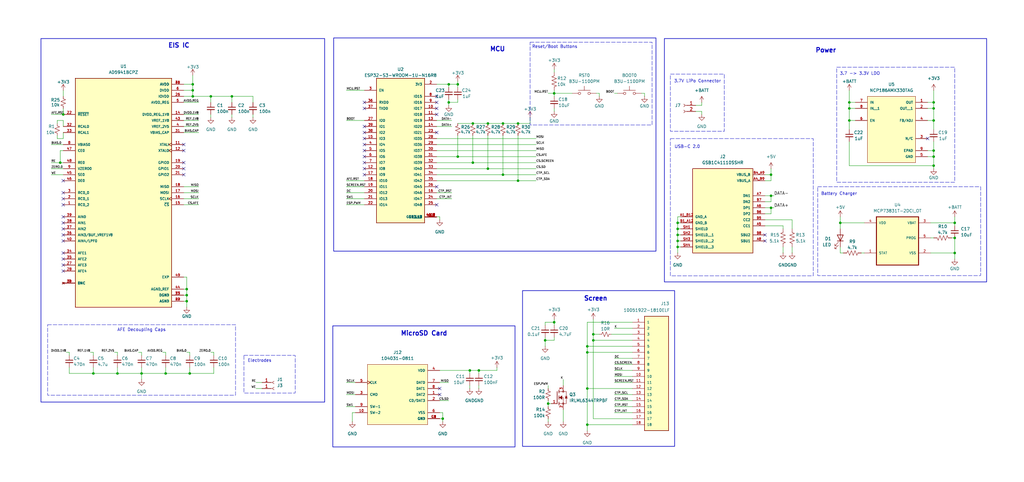
<source format=kicad_sch>
(kicad_sch (version 20250114) (generator "eeschema") (generator_version "9.0")
  (paper "User" 431.8 203.2)
  (rectangle (start 220.345 122.555) (end 284.48 188.214) (stroke (width 0.254)))
  (rectangle (start 344.805 78.74) (end 413.512 116.205) (stroke (width 0) (type dash)))
  (rectangle (start 352.806 28.321) (end 402.59 76.835) (stroke (width 0) (type dash)))
  (rectangle (start 102.87 149.86) (end 124.46 165.735) (stroke (width 0) (type dash)))
  (rectangle (start 280.162 16.256) (end 416.052 118.872) (stroke (width 0.254)))
  (rectangle (start 20.066 136.906) (end 99.314 166.624) (stroke (width 0) (type dash)))
  (rectangle (start 223.52 17.78) (end 274.955 52.705) (stroke (width 0) (type dash)))
  (rectangle (start 282.702 58.42) (end 342.9 116.332) (stroke (width 0) (type dash)))
  (rectangle (start 282.702 31.242) (end 305.435 55.372) (stroke (width 0) (type dash)))
  (rectangle (start 140.716 16.002) (end 276.606 105.918) (stroke (width 0.254)))
  (rectangle (start 140.335 137.414) (end 217.17 188.468) (stroke (width 0.254)))
  (rectangle (start 17.272 16.256) (end 136.906 169.545) (stroke (width 0.254)))
  (text "MCU" (at 209.804 20.828 0) (effects (font (size 1.905 1.905) (thickness 0.381) (bold yes))))
  (text "Screen" (at 251.206 125.984 0) (effects (font (size 1.905 1.905) (thickness 0.381) (bold yes))))
  (text "AFE Decoupling Caps" (at 59.69 139.192 0) (effects (font (size 1.27 1.27))))
  (text "3.7 -> 3.3V LDO" (at 362.585 31.115 0) (effects (font (size 1.27 1.27))))
  (text "USB-C 2.0" (at 289.814 61.976 0) (effects (font (size 1.27 1.27))))
  (text "EIS IC" (at 75.438 19.304 0) (effects (font (size 1.905 1.905) (thickness 0.381) (bold yes))))
  (text "Power" (at 348.234 21.336 0) (effects (font (size 1.905 1.905) (thickness 0.381) (bold yes))))
  (text "Electrodes\n" (at 109.474 152.146 0) (effects (font (size 1.27 1.27))))
  (text "Reset/Boot Buttons" (at 233.934 19.812 0) (effects (font (size 1.27 1.27))))
  (text "MicroSD Card" (at 178.816 140.716 0) (effects (font (size 1.905 1.905) (thickness 0.381) (bold yes))))
  (text "3.7V LiPo Connector" (at 294.132 34.29 0) (effects (font (size 1.27 1.27))))
  (text "Battery Charger" (at 353.822 81.788 0) (effects (font (size 1.27 1.27))))
  (junction (at 198.12 156.21))
  (junction (at 285.75 96.52))
  (junction (at 358.14 43.18))
  (junction (at 231.14 170.18))
  (junction (at 247.65 148.59))
  (junction (at 325.12 82.55))
  (junction (at 393.7 45.72))
  (junction (at 233.68 39.37))
  (junction (at 402.59 93.98))
  (junction (at 78.74 127))
  (junction (at 285.75 93.98))
  (junction (at 250.19 140.97))
  (junction (at 49.53 157.48))
  (junction (at 218.44 52.07))
  (junction (at 354.33 93.98))
  (junction (at 69.85 157.48))
  (junction (at 186.69 176.53))
  (junction (at 25.4 68.58))
  (junction (at 88.9 40.64))
  (junction (at 250.19 143.51))
  (junction (at 189.23 35.56))
  (junction (at 26.67 48.26))
  (junction (at 393.7 66.04))
  (junction (at 80.01 157.48))
  (junction (at 201.93 156.21))
  (junction (at 393.7 43.18))
  (junction (at 325.12 87.63))
  (junction (at 325.12 73.66))
  (junction (at 402.59 100.33))
  (junction (at 39.37 157.48))
  (junction (at 199.39 52.07))
  (junction (at 218.44 76.2))
  (junction (at 285.75 101.6))
  (junction (at 393.7 63.5))
  (junction (at 189.23 43.18))
  (junction (at 393.7 50.8))
  (junction (at 285.75 104.14))
  (junction (at 199.39 68.58))
  (junction (at 285.75 99.06))
  (junction (at 81.28 38.1))
  (junction (at 81.28 35.56))
  (junction (at 78.74 121.92))
  (junction (at 247.65 163.83))
  (junction (at 59.69 157.48))
  (junction (at 205.74 71.12))
  (junction (at 212.09 73.66))
  (junction (at 97.79 40.64))
  (junction (at 247.65 146.05))
  (junction (at 229.87 143.51))
  (junction (at 193.04 35.56))
  (junction (at 193.04 66.04))
  (junction (at 358.14 50.8))
  (junction (at 393.7 69.85))
  (junction (at 402.59 106.68))
  (junction (at 212.09 52.07))
  (junction (at 81.28 40.64))
  (junction (at 78.74 124.46))
  (junction (at 358.14 45.72))
  (junction (at 233.68 135.89))
  (junction (at 205.74 52.07))
  (junction (at 247.65 179.07))
  (no_connect (at 26.67 81.28))
  (no_connect (at 153.67 58.42))
  (no_connect (at 77.47 63.5))
  (no_connect (at 322.58 101.6))
  (no_connect (at 184.15 40.64))
  (no_connect (at 26.67 111.76))
  (no_connect (at 153.67 71.12))
  (no_connect (at 153.67 43.18))
  (no_connect (at 26.67 114.3))
  (no_connect (at 77.47 60.96))
  (no_connect (at 153.67 73.66))
  (no_connect (at 184.15 48.26))
  (no_connect (at 77.47 68.58))
  (no_connect (at 153.67 45.72))
  (no_connect (at 184.15 78.74))
  (no_connect (at 184.15 55.88))
  (no_connect (at 77.47 71.12))
  (no_connect (at 26.67 93.98))
  (no_connect (at 77.47 73.66))
  (no_connect (at 153.67 60.96))
  (no_connect (at 153.67 63.5))
  (no_connect (at 26.67 76.2))
  (no_connect (at 26.67 91.44))
  (no_connect (at 153.67 53.34))
  (no_connect (at 26.67 99.06))
  (no_connect (at 153.67 66.04))
  (no_connect (at 26.67 109.22))
  (no_connect (at 391.16 58.42))
  (no_connect (at 153.67 68.58))
  (no_connect (at 185.42 163.83))
  (no_connect (at 26.67 86.36))
  (no_connect (at 26.67 96.52))
  (no_connect (at 184.15 45.72))
  (no_connect (at 184.15 86.36))
  (no_connect (at 185.42 166.37))
  (no_connect (at 26.67 106.68))
  (no_connect (at 26.67 101.6))
  (no_connect (at 26.67 83.82))
  (no_connect (at 322.58 99.06))
  (no_connect (at 153.67 55.88))
  (no_connect (at 184.15 43.18))
  (wire (pts (xy 285.75 96.52) (xy 287.02 96.52)))
  (wire (pts (xy 391.16 66.04) (xy 393.7 66.04)))
  (wire (pts (xy 110.49 161.29) (xy 107.95 161.29)) (stroke (width 0.1524)))
  (wire (pts (xy 26.67 38.1) (xy 26.67 40.64)))
  (wire (pts (xy 26.67 58.42) (xy 24.13 58.42)))
  (wire (pts (xy 78.74 127) (xy 78.74 129.54)))
  (wire (pts (xy 285.75 96.52) (xy 285.75 99.06)))
  (wire (pts (xy 97.79 48.26) (xy 97.79 49.53)))
  (wire (pts (xy 233.68 134.62) (xy 233.68 135.89)))
  (wire (pts (xy 198.12 156.21) (xy 198.12 157.48)))
  (wire (pts (xy 393.7 59.69) (xy 393.7 63.5)))
  (wire (pts (xy 392.43 106.68) (xy 402.59 106.68)))
  (wire (pts (xy 285.75 99.06) (xy 287.02 99.06)))
  (wire (pts (xy 77.47 83.82) (xy 83.82 83.82)))
  (wire (pts (xy 24.13 58.42) (xy 24.13 57.15)))
  (wire (pts (xy 78.74 121.92) (xy 78.74 124.46)))
  (wire (pts (xy 231.14 162.56) (xy 231.14 163.83)))
  (wire (pts (xy 90.17 149.86) (xy 90.17 148.59)))
  (wire (pts (xy 199.39 52.07) (xy 193.04 52.07)))
  (wire (pts (xy 205.74 71.12) (xy 226.06 71.12)))
  (wire (pts (xy 252.73 39.37) (xy 252.73 40.64)))
  (wire (pts (xy 205.74 57.15) (xy 205.74 71.12)))
  (wire (pts (xy 97.79 43.18) (xy 97.79 40.64)))
  (wire (pts (xy 184.15 63.5) (xy 226.06 63.5)))
  (wire (pts (xy 247.65 163.83) (xy 247.65 179.07)))
  (wire (pts (xy 259.08 171.45) (xy 266.7 171.45)))
  (wire (pts (xy 393.7 71.12) (xy 393.7 69.85)))
  (wire (pts (xy 233.68 39.37) (xy 241.3 39.37)))
  (wire (pts (xy 184.15 53.34) (xy 190.5 53.34)) (stroke (width 0.1524)))
  (wire (pts (xy 237.49 160.02) (xy 237.49 162.56)))
  (wire (pts (xy 391.16 45.72) (xy 393.7 45.72)))
  (wire (pts (xy 148.59 177.8) (xy 148.59 173.99)))
  (wire (pts (xy 77.47 81.28) (xy 83.82 81.28)))
  (wire (pts (xy 259.08 166.37) (xy 266.7 166.37)))
  (wire (pts (xy 81.28 38.1) (xy 81.28 40.64)))
  (wire (pts (xy 88.9 48.26) (xy 88.9 49.53)))
  (wire (pts (xy 360.68 50.8) (xy 358.14 50.8)))
  (wire (pts (xy 247.65 179.07) (xy 247.65 181.61)))
  (wire (pts (xy 69.85 154.94) (xy 69.85 157.48)))
  (wire (pts (xy 59.69 157.48) (xy 69.85 157.48)))
  (wire (pts (xy 29.21 148.59) (xy 27.94 148.59)))
  (wire (pts (xy 21.59 71.12) (xy 26.67 71.12)) (stroke (width 0.1524)))
  (wire (pts (xy 69.85 157.48) (xy 80.01 157.48)))
  (wire (pts (xy 401.32 100.33) (xy 402.59 100.33)))
  (wire (pts (xy 233.68 135.89) (xy 233.68 137.16)))
  (wire (pts (xy 259.08 161.29) (xy 266.7 161.29)))
  (wire (pts (xy 189.23 44.45) (xy 189.23 43.18)))
  (wire (pts (xy 231.14 170.18) (xy 231.14 171.45)))
  (wire (pts (xy 90.17 148.59) (xy 88.9 148.59)))
  (wire (pts (xy 146.05 76.2) (xy 153.67 76.2)) (stroke (width 0.1524)))
  (wire (pts (xy 201.93 156.21) (xy 201.93 157.48)))
  (wire (pts (xy 184.15 83.82) (xy 190.5 83.82)))
  (wire (pts (xy 229.87 143.51) (xy 229.87 146.05)))
  (wire (pts (xy 69.85 149.86) (xy 69.85 148.59)))
  (wire (pts (xy 21.59 73.66) (xy 26.67 73.66)) (stroke (width 0.1524)))
  (wire (pts (xy 193.04 34.29) (xy 193.04 35.56)))
  (wire (pts (xy 146.05 166.37) (xy 149.86 166.37)))
  (wire (pts (xy 231.14 168.91) (xy 231.14 170.18)))
  (wire (pts (xy 358.14 50.8) (xy 358.14 54.61)))
  (wire (pts (xy 189.23 43.18) (xy 193.04 43.18)))
  (wire (pts (xy 81.28 35.56) (xy 81.28 38.1)))
  (wire (pts (xy 358.14 45.72) (xy 360.68 45.72)))
  (wire (pts (xy 259.08 153.67) (xy 266.7 153.67)))
  (wire (pts (xy 252.73 39.37) (xy 251.46 39.37)))
  (wire (pts (xy 25.4 63.5) (xy 25.4 68.58)))
  (wire (pts (xy 358.14 50.8) (xy 358.14 45.72)))
  (wire (pts (xy 330.2 95.25) (xy 330.2 96.52)))
  (wire (pts (xy 24.13 50.8) (xy 24.13 52.07)))
  (wire (pts (xy 325.12 82.55) (xy 326.39 82.55)))
  (wire (pts (xy 189.23 35.56) (xy 189.23 36.83)))
  (wire (pts (xy 330.2 104.14) (xy 330.2 106.68)))
  (wire (pts (xy 266.7 135.89) (xy 247.65 135.89)))
  (wire (pts (xy 77.47 43.18) (xy 83.82 43.18)))
  (wire (pts (xy 285.75 101.6) (xy 287.02 101.6)))
  (wire (pts (xy 39.37 157.48) (xy 49.53 157.48)))
  (wire (pts (xy 77.47 55.88) (xy 83.82 55.88)))
  (wire (pts (xy 247.65 148.59) (xy 247.65 163.83)))
  (wire (pts (xy 325.12 73.66) (xy 322.58 73.66)))
  (wire (pts (xy 77.47 48.26) (xy 83.82 48.26)))
  (wire (pts (xy 185.42 173.99) (xy 186.69 173.99)))
  (wire (pts (xy 322.58 85.09) (xy 325.12 85.09)))
  (wire (pts (xy 193.04 43.18) (xy 193.04 41.91)))
  (wire (pts (xy 146.05 81.28) (xy 153.67 81.28)))
  (wire (pts (xy 250.19 143.51) (xy 266.7 143.51)))
  (wire (pts (xy 250.19 134.62) (xy 250.19 140.97)))
  (wire (pts (xy 247.65 179.07) (xy 266.7 179.07)))
  (wire (pts (xy 392.43 100.33) (xy 393.7 100.33)))
  (wire (pts (xy 80.01 154.94) (xy 80.01 157.48)))
  (wire (pts (xy 212.09 57.15) (xy 212.09 73.66)))
  (wire (pts (xy 81.28 40.64) (xy 88.9 40.64)))
  (wire (pts (xy 77.47 127) (xy 78.74 127)))
  (wire (pts (xy 146.05 83.82) (xy 153.67 83.82)))
  (wire (pts (xy 186.69 176.53) (xy 186.69 177.8)))
  (wire (pts (xy 218.44 57.15) (xy 218.44 76.2)))
  (wire (pts (xy 189.23 41.91) (xy 189.23 43.18)))
  (wire (pts (xy 110.49 163.83) (xy 107.95 163.83)) (stroke (width 0.1524)))
  (wire (pts (xy 233.68 29.21) (xy 233.68 30.48)))
  (wire (pts (xy 322.58 87.63) (xy 325.12 87.63)))
  (wire (pts (xy 229.87 135.89) (xy 233.68 135.89)))
  (wire (pts (xy 81.28 35.56) (xy 81.28 31.75)))
  (wire (pts (xy 259.08 168.91) (xy 266.7 168.91)))
  (wire (pts (xy 184.15 73.66) (xy 212.09 73.66)))
  (wire (pts (xy 184.15 58.42) (xy 226.06 58.42)))
  (wire (pts (xy 229.87 137.16) (xy 229.87 135.89)))
  (wire (pts (xy 250.19 140.97) (xy 250.19 143.51)))
  (wire (pts (xy 209.55 156.21) (xy 201.93 156.21)))
  (wire (pts (xy 363.22 106.68) (xy 364.49 106.68)))
  (wire (pts (xy 260.35 39.37) (xy 259.08 39.37)))
  (wire (pts (xy 233.68 142.24) (xy 233.68 143.51)))
  (wire (pts (xy 21.59 68.58) (xy 25.4 68.58)) (stroke (width 0.1524)))
  (wire (pts (xy 334.01 104.14) (xy 334.01 106.68)))
  (wire (pts (xy 184.15 76.2) (xy 218.44 76.2)))
  (wire (pts (xy 209.55 156.21) (xy 209.55 154.94)))
  (wire (pts (xy 49.53 149.86) (xy 49.53 148.59)))
  (wire (pts (xy 193.04 36.83) (xy 193.04 35.56)))
  (wire (pts (xy 391.16 63.5) (xy 393.7 63.5)))
  (wire (pts (xy 80.01 149.86) (xy 80.01 148.59)))
  (wire (pts (xy 285.75 93.98) (xy 287.02 93.98)))
  (wire (pts (xy 354.33 106.68) (xy 354.33 104.14)))
  (wire (pts (xy 325.12 82.55) (xy 325.12 85.09)))
  (wire (pts (xy 358.14 69.85) (xy 393.7 69.85)))
  (wire (pts (xy 266.7 176.53) (xy 250.19 176.53)))
  (wire (pts (xy 78.74 124.46) (xy 78.74 127)))
  (wire (pts (xy 39.37 148.59) (xy 38.1 148.59)))
  (wire (pts (xy 393.7 66.04) (xy 393.7 63.5)))
  (wire (pts (xy 295.91 44.45) (xy 295.91 43.18)))
  (wire (pts (xy 250.19 176.53) (xy 250.19 143.51)))
  (wire (pts (xy 77.47 116.84) (xy 78.74 116.84)))
  (wire (pts (xy 358.14 45.72) (xy 358.14 43.18)))
  (wire (pts (xy 49.53 148.59) (xy 48.26 148.59)))
  (wire (pts (xy 26.67 63.5) (xy 25.4 63.5)))
  (wire (pts (xy 106.68 48.26) (xy 106.68 49.53)))
  (wire (pts (xy 233.68 39.37) (xy 233.68 38.1)))
  (wire (pts (xy 49.53 154.94) (xy 49.53 157.48)))
  (wire (pts (xy 393.7 45.72) (xy 393.7 43.18)))
  (wire (pts (xy 223.52 49.53) (xy 223.52 52.07)))
  (wire (pts (xy 322.58 92.71) (xy 334.01 92.71)))
  (wire (pts (xy 39.37 149.86) (xy 39.37 148.59)))
  (wire (pts (xy 231.14 39.37) (xy 233.68 39.37)))
  (wire (pts (xy 402.59 100.33) (xy 402.59 106.68)))
  (wire (pts (xy 354.33 93.98) (xy 354.33 96.52)))
  (wire (pts (xy 325.12 87.63) (xy 326.39 87.63)))
  (wire (pts (xy 77.47 78.74) (xy 83.82 78.74)))
  (wire (pts (xy 146.05 78.74) (xy 153.67 78.74)))
  (wire (pts (xy 259.08 138.43) (xy 266.7 138.43)))
  (wire (pts (xy 212.09 52.07) (xy 205.74 52.07)))
  (wire (pts (xy 29.21 157.48) (xy 39.37 157.48)))
  (wire (pts (xy 218.44 76.2) (xy 226.06 76.2)))
  (wire (pts (xy 77.47 50.8) (xy 83.82 50.8)))
  (wire (pts (xy 212.09 52.07) (xy 218.44 52.07)))
  (wire (pts (xy 59.69 157.48) (xy 59.69 160.02)))
  (wire (pts (xy 184.15 81.28) (xy 190.5 81.28)))
  (wire (pts (xy 322.58 90.17) (xy 325.12 90.17)))
  (wire (pts (xy 237.49 172.72) (xy 237.49 177.8)))
  (wire (pts (xy 148.59 173.99) (xy 149.86 173.99)))
  (wire (pts (xy 325.12 71.12) (xy 325.12 73.66)))
  (wire (pts (xy 88.9 40.64) (xy 97.79 40.64)))
  (wire (pts (xy 69.85 148.59) (xy 68.58 148.59)))
  (wire (pts (xy 285.75 104.14) (xy 285.75 106.68)))
  (wire (pts (xy 201.93 162.56) (xy 201.93 163.83)))
  (wire (pts (xy 231.14 176.53) (xy 231.14 177.8)))
  (wire (pts (xy 205.74 52.07) (xy 199.39 52.07)))
  (wire (pts (xy 322.58 76.2) (xy 325.12 76.2)))
  (wire (pts (xy 391.16 50.8) (xy 393.7 50.8)))
  (wire (pts (xy 247.65 148.59) (xy 266.7 148.59)))
  (wire (pts (xy 285.75 91.44) (xy 285.75 93.98)))
  (wire (pts (xy 184.15 68.58) (xy 199.39 68.58)))
  (wire (pts (xy 198.12 162.56) (xy 198.12 163.83)))
  (wire (pts (xy 59.69 148.59) (xy 58.42 148.59)))
  (wire (pts (xy 358.14 43.18) (xy 360.68 43.18)))
  (wire (pts (xy 334.01 92.71) (xy 334.01 96.52)))
  (wire (pts (xy 212.09 73.66) (xy 226.06 73.66)))
  (wire (pts (xy 257.81 140.97) (xy 266.7 140.97)))
  (wire (pts (xy 250.19 140.97) (xy 252.73 140.97)))
  (wire (pts (xy 295.91 46.99) (xy 295.91 48.26)))
  (wire (pts (xy 90.17 157.48) (xy 90.17 154.94)))
  (wire (pts (xy 26.67 50.8) (xy 24.13 50.8)))
  (wire (pts (xy 80.01 157.48) (xy 90.17 157.48)))
  (wire (pts (xy 285.75 93.98) (xy 285.75 96.52)))
  (wire (pts (xy 186.69 173.99) (xy 186.69 176.53)))
  (wire (pts (xy 88.9 43.18) (xy 88.9 40.64)))
  (wire (pts (xy 185.42 176.53) (xy 186.69 176.53)))
  (wire (pts (xy 229.87 142.24) (xy 229.87 143.51)))
  (wire (pts (xy 97.79 40.64) (xy 106.68 40.64)))
  (wire (pts (xy 259.08 158.75) (xy 266.7 158.75)))
  (wire (pts (xy 184.15 71.12) (xy 205.74 71.12)))
  (wire (pts (xy 231.14 170.18) (xy 232.41 170.18)))
  (wire (pts (xy 184.15 50.8) (xy 190.5 50.8)) (stroke (width 0.1524)))
  (wire (pts (xy 285.75 99.06) (xy 285.75 101.6)))
  (wire (pts (xy 26.67 45.72) (xy 26.67 48.26)))
  (wire (pts (xy 184.15 66.04) (xy 193.04 66.04)))
  (wire (pts (xy 354.33 93.98) (xy 364.49 93.98)))
  (wire (pts (xy 77.47 121.92) (xy 78.74 121.92)))
  (wire (pts (xy 59.69 149.86) (xy 59.69 148.59)))
  (wire (pts (xy 26.67 48.26) (xy 21.59 48.26)) (stroke (width 0.1524)))
  (wire (pts (xy 393.7 43.18) (xy 393.7 38.1)))
  (wire (pts (xy 146.05 171.45) (xy 149.86 171.45)))
  (wire (pts (xy 49.53 157.48) (xy 59.69 157.48)))
  (wire (pts (xy 153.67 50.8) (xy 146.05 50.8)) (stroke (width 0.1524)))
  (wire (pts (xy 77.47 86.36) (xy 83.82 86.36)))
  (wire (pts (xy 185.42 92.71) (xy 185.42 91.44)))
  (wire (pts (xy 402.59 106.68) (xy 402.59 109.22)))
  (wire (pts (xy 247.65 135.89) (xy 247.65 146.05)))
  (wire (pts (xy 402.59 95.25) (xy 402.59 93.98)))
  (wire (pts (xy 199.39 57.15) (xy 199.39 68.58)))
  (wire (pts (xy 77.47 124.46) (xy 78.74 124.46)))
  (wire (pts (xy 325.12 76.2) (xy 325.12 73.66)))
  (wire (pts (xy 29.21 149.86) (xy 29.21 148.59)))
  (wire (pts (xy 29.21 154.94) (xy 29.21 157.48)))
  (wire (pts (xy 146.05 161.29) (xy 149.86 161.29)))
  (wire (pts (xy 77.47 35.56) (xy 81.28 35.56)))
  (wire (pts (xy 271.78 39.37) (xy 270.51 39.37)))
  (wire (pts (xy 393.7 50.8) (xy 393.7 54.61)))
  (wire (pts (xy 259.08 151.13) (xy 266.7 151.13)))
  (wire (pts (xy 325.12 87.63) (xy 325.12 90.17)))
  (wire (pts (xy 189.23 161.29) (xy 185.42 161.29)))
  (wire (pts (xy 193.04 66.04) (xy 226.06 66.04)))
  (wire (pts (xy 198.12 156.21) (xy 201.93 156.21)))
  (wire (pts (xy 293.37 44.45) (xy 295.91 44.45)))
  (wire (pts (xy 77.47 38.1) (xy 81.28 38.1)))
  (wire (pts (xy 358.14 38.1) (xy 358.14 43.18)))
  (wire (pts (xy 233.68 39.37) (xy 233.68 40.64)))
  (wire (pts (xy 393.7 66.04) (xy 393.7 69.85)))
  (wire (pts (xy 247.65 146.05) (xy 247.65 148.59)))
  (wire (pts (xy 247.65 163.83) (xy 266.7 163.83)))
  (wire (pts (xy 393.7 50.8) (xy 393.7 45.72)))
  (wire (pts (xy 78.74 116.84) (xy 78.74 121.92)))
  (wire (pts (xy 193.04 57.15) (xy 193.04 66.04)))
  (wire (pts (xy 59.69 154.94) (xy 59.69 157.48)))
  (wire (pts (xy 393.7 43.18) (xy 391.16 43.18)))
  (wire (pts (xy 26.67 53.34) (xy 26.67 50.8)))
  (wire (pts (xy 392.43 93.98) (xy 402.59 93.98)))
  (wire (pts (xy 153.67 38.1) (xy 146.05 38.1)) (stroke (width 0.1524)))
  (wire (pts (xy 247.65 146.05) (xy 266.7 146.05)))
  (wire (pts (xy 285.75 104.14) (xy 287.02 104.14)))
  (wire (pts (xy 146.05 86.36) (xy 153.67 86.36)))
  (wire (pts (xy 229.87 143.51) (xy 233.68 143.51)))
  (wire (pts (xy 106.68 43.18) (xy 106.68 40.64)))
  (wire (pts (xy 293.37 46.99) (xy 295.91 46.99)))
  (wire (pts (xy 21.59 60.96) (xy 26.67 60.96)) (stroke (width 0.1524)))
  (wire (pts (xy 354.33 93.98) (xy 354.33 91.44)))
  (wire (pts (xy 285.75 101.6) (xy 285.75 104.14)))
  (wire (pts (xy 358.14 59.69) (xy 358.14 69.85)))
  (wire (pts (xy 322.58 82.55) (xy 325.12 82.55)))
  (wire (pts (xy 26.67 55.88) (xy 26.67 58.42)))
  (wire (pts (xy 287.02 91.44) (xy 285.75 91.44)))
  (wire (pts (xy 233.68 45.72) (xy 233.68 46.99)))
  (wire (pts (xy 271.78 39.37) (xy 271.78 40.64)))
  (wire (pts (xy 199.39 68.58) (xy 226.06 68.58)))
  (wire (pts (xy 322.58 95.25) (xy 330.2 95.25)))
  (wire (pts (xy 259.08 173.99) (xy 266.7 173.99)))
  (wire (pts (xy 355.6 106.68) (xy 354.33 106.68)))
  (wire (pts (xy 77.47 53.34) (xy 83.82 53.34)))
  (wire (pts (xy 189.23 168.91) (xy 185.42 168.91)))
  (wire (pts (xy 39.37 154.94) (xy 39.37 157.48)))
  (wire (pts (xy 259.08 156.21) (xy 266.7 156.21)))
  (wire (pts (xy 185.42 91.44) (xy 184.15 91.44)))
  (wire (pts (xy 184.15 60.96) (xy 226.06 60.96)))
  (wire (pts (xy 25.4 68.58) (xy 26.67 68.58)) (stroke (width 0.1524)))
  (wire (pts (xy 402.59 93.98) (xy 402.59 91.44)))
  (wire (pts (xy 77.47 40.64) (xy 81.28 40.64)))
  (wire (pts (xy 80.01 148.59) (xy 78.74 148.59)))
  (wire (pts (xy 184.15 35.56) (xy 189.23 35.56)))
  (wire (pts (xy 223.52 52.07) (xy 218.44 52.07)))
  (wire (pts (xy 189.23 35.56) (xy 193.04 35.56)))
  (wire (pts (xy 185.42 156.21) (xy 198.12 156.21)))
  (label "REF.2V5" (at 48.26 148.59 180) (effects (font (size 0.889 0.889))))
  (label "SW1" (at 146.05 83.82 0) (effects (font (size 0.889 0.889))))
  (label "MISO" (at 83.82 78.74 180) (effects (font (size 0.889 0.889))))
  (label "DC" (at 146.05 81.28 0) (effects (font (size 0.889 0.889))))
  (label "RE" (at 21.59 68.58 0) (effects (font (size 0.889 0.889))))
  (label "SCLK" (at 146.05 161.29 0) (effects (font (size 0.889 0.889))))
  (label "CS.SD" (at 189.23 168.91 180) (effects (font (size 0.889 0.889))))
  (label "AFE.RST" (at 21.59 48.26 0) (effects (font (size 0.889 0.889))))
  (label "MCU.RST" (at 231.14 39.37 180) (effects (font (size 0.889 0.889))))
  (label "AVDD.REG" (at 83.82 43.18 180) (effects (font (size 0.889 0.889))))
  (label "SCREEN.RST" (at 146.05 78.74 0) (effects (font (size 0.889 0.889))))
  (label "CTP_INT" (at 259.08 173.99 0) (effects (font (size 0.889 0.889))))
  (label "CTP_SCL" (at 259.08 166.37 0) (effects (font (size 0.889 0.889))))
  (label "AFE.RST" (at 146.05 76.2 0) (effects (font (size 0.889 0.889))))
  (label "ZERO.0" (at 88.9 148.59 180) (effects (font (size 0.889 0.889))))
  (label "DC" (at 259.08 151.13 0) (effects (font (size 0.889 0.889))))
  (label "AVDD.REG" (at 68.58 148.59 180) (effects (font (size 0.889 0.889))))
  (label "SCLK" (at 226.06 60.96 0) (effects (font (size 0.889 0.889))))
  (label "MCU.RST" (at 146.05 38.1 0) (effects (font (size 0.889 0.889))))
  (label "DATA+" (at 326.39 87.63 0))
  (label "BOOT" (at 259.08 39.37 180) (effects (font (size 0.889 0.889))))
  (label "MISO" (at 189.23 161.29 180) (effects (font (size 0.889 0.889))))
  (label "REF.1V8" (at 38.1 148.59 180) (effects (font (size 0.889 0.889))))
  (label "ZERO.0" (at 21.59 71.12 0) (effects (font (size 0.889 0.889))))
  (label "ESP.PWM" (at 231.14 162.56 180) (effects (font (size 0.889 0.889))))
  (label "MOSI" (at 259.08 158.75 0) (effects (font (size 0.889 0.889))))
  (label "CS.SCREEN" (at 259.08 153.67 0) (effects (font (size 0.889 0.889))))
  (label "WE" (at 107.95 163.83 180) (effects (font (size 0.889 0.889))))
  (label "CS.SD" (at 226.06 71.12 0) (effects (font (size 0.889 0.889))))
  (label "DVDD.1V8" (at 83.82 48.26 180) (effects (font (size 0.889 0.889))))
  (label "SCLK" (at 259.08 156.21 0) (effects (font (size 0.889 0.889))))
  (label "MOSI" (at 83.82 81.28 180) (effects (font (size 0.889 0.889))))
  (label "CTP_RST" (at 190.5 81.28 180) (effects (font (size 0.889 0.889))))
  (label "SCREEN.RST" (at 259.08 161.29 0) (effects (font (size 0.889 0.889))))
  (label "CS.AFE" (at 83.82 86.36 180) (effects (font (size 0.889 0.889))))
  (label "CTP_INT" (at 190.5 83.82 180) (effects (font (size 0.889 0.889))))
  (label "CTP_SDA" (at 259.08 168.91 0) (effects (font (size 0.889 0.889))))
  (label "CTP_SCL" (at 226.06 73.66 0) (effects (font (size 0.889 0.889))))
  (label "MISO" (at 226.06 63.5 0) (effects (font (size 0.889 0.889))))
  (label "SW1" (at 146.05 171.45 0) (effects (font (size 0.889 0.889))))
  (label "BIAS.CAP" (at 58.42 148.59 180) (effects (font (size 0.889 0.889))))
  (label "BIAS.0" (at 78.74 148.59 180) (effects (font (size 0.889 0.889))))
  (label "K" (at 237.49 160.02 180) (effects (font (size 0.889 0.889))))
  (label "DATA+" (at 190.5 53.34 180) (effects (font (size 0.889 0.889))))
  (label "REF.2V5" (at 83.82 53.34 180) (effects (font (size 0.889 0.889))))
  (label "BIAS.0" (at 21.59 60.96 0) (effects (font (size 0.889 0.889))))
  (label "DATA-" (at 326.39 82.55 0))
  (label "REF.1V8" (at 83.82 50.8 180) (effects (font (size 0.889 0.889))))
  (label "CTP_RST" (at 259.08 171.45 0) (effects (font (size 0.889 0.889))))
  (label "RE" (at 107.95 161.29 180) (effects (font (size 0.889 0.889))))
  (label "DVDD.1V8" (at 27.94 148.59 180) (effects (font (size 0.889 0.889))))
  (label "ESP.PWM" (at 146.05 86.36 0) (effects (font (size 0.889 0.889))))
  (label "DATA-" (at 190.5 50.8 180) (effects (font (size 0.889 0.889))))
  (label "MOSI" (at 226.06 58.42 0) (effects (font (size 0.889 0.889))))
  (label "SCLK" (at 83.82 83.82 180) (effects (font (size 0.889 0.889))))
  (label "CS.SCREEN" (at 226.06 68.58 0) (effects (font (size 0.889 0.889))))
  (label "MOSI" (at 146.05 166.37 0) (effects (font (size 0.889 0.889))))
  (label "CS.AFE" (at 226.06 66.04 0) (effects (font (size 0.889 0.889))))
  (label "BIAS.CAP" (at 83.82 55.88 180) (effects (font (size 0.889 0.889))))
  (label "K" (at 259.08 138.43 0) (effects (font (size 0.889 0.889))))
  (label "BOOT" (at 146.05 50.8 0) (effects (font (size 0.889 0.889))))
  (label "CTP_SDA" (at 226.06 76.2 0) (effects (font (size 0.889 0.889))))
  (label "WE" (at 21.59 73.66 0) (effects (font (size 0.889 0.889))))
  (symbol (lib_id "power:+3V3") (at 26.67 38.1 0) (unit 1)
    (property "Reference" "#PWR047" (effects (hide yes)))
    (property "Value" "+3V3" (at 26.67 34.544 0))
    (property "Description" "Power symbol creates a global label with name \"+3V3\"" (effects (hide yes)))
  )
  (symbol (lib_id "IRLML6344TRPBF:IRLML6344TRPBF") (at 234.95 167.64 0) (unit 1)
    (property "Reference" "Q3" (at 240.03 166.3699 0) (effects (justify left)))
    (property "Value" "IRLML6344TRPBF" (at 240.03 168.9099 0) (effects (justify left)))
    (property "Footprint" "IRLML6344TRPBF:TRANS_IRLML6344TRPBF" (effects (hide yes)))
    (property "DigiKey_Part_Number" "IRLML6344TRPBFCT-ND" (effects (hide yes)))
    (property "SnapEDA_Link" "https://www.snapeda.com/parts/IRLML6344TRPBF/Infineon/view-part/?ref=snap" (effects (hide yes)))
    (property "MAXIMUM_PACKAGE_HEIGHT" "1.12mm" (effects (hide yes)))
    (property "CREATOR" "DIZAR" (effects (hide yes)))
    (property "Package" "SOT-23-3 ON Semiconductor" (effects (hide yes)))
    (property "Check_prices" "https://www.snapeda.com/parts/IRLML6344TRPBF/Infineon/view-part/?ref=eda" (effects (hide yes)))
    (property "STANDARD" "Manufacturer Recommendations" (effects (hide yes)))
    (property "PARTREV" "December 19, 2014" (effects (hide yes)))
    (property "MF" "Infineon" (effects (hide yes)))
    (property "MP" "IRLML6344TRPBF" (effects (hide yes)))
    (property "Description_1" "IRLML6344TRPBF N-channel MOSFET Transistor, 5 A, 30 V, 3-Pin SOT-23 | Infineon IRLML6344TRPBF" (effects (hide yes)))
    (property "MANUFACTURER" "Infineon" (effects (hide yes)))
  )
  (symbol (lib_id "power:+5V") (at 325.12 71.12 0) (unit 1)
    (property "Reference" "#PWR031" (effects (hide yes)))
    (property "Value" "+5V" (at 325.12 66.04 0))
    (property "Description" "Power symbol creates a global label with name \"+5V\"" (effects (hide yes)))
  )
  (symbol (lib_id "Device:R_US") (at 397.51 100.33 270) (mirror x) (unit 1)
    (property "Reference" "R10" (at 397.51 95.504 90))
    (property "Value" "4.7k" (at 397.51 98.044 90))
    (property "Footprint" "Resistor_SMD:R_0402_1005Metric" (effects (hide yes)))
    (property "Description" "Resistor, US symbol" (effects (hide yes)))
  )
  (symbol (lib_id "power:GND") (at 285.75 106.68 0) (unit 1)
    (property "Reference" "#PWR038" (effects (hide yes)))
    (property "Value" "GND" (at 285.75 111.76 0))
    (property "Description" "Power symbol creates a global label with name \"GND\" , ground" (effects (hide yes)))
  )
  (symbol (lib_id "Device:C_Small") (at 69.85 152.4 0) (unit 1)
    (property "Reference" "C8" (at 71.628 151.13 0) (effects (justify left)))
    (property "Value" "470n" (at 71.628 153.67 0) (effects (justify left)))
    (property "Footprint" "Capacitor_SMD:C_0402_1005Metric" (effects (hide yes)))
    (property "Description" "Unpolarized capacitor, small symbol" (effects (hide yes)))
  )
  (symbol (lib_id "Connector:Conn_01x02_Socket") (at 288.29 44.45 0) (mirror y) (unit 1)
    (property "Reference" "J7" (at 287.02 44.4499 0) (effects (justify left)))
    (property "Value" "Conn_01x02_Socket" (effects (hide yes)))
    (property "Footprint" "S2B_PH_K_S_LF__SN_:CONN_S2B-PH-K-S_JST" (effects (hide yes)))
    (property "Description" "Generic connector, single row, 01x02, script generated" (effects (hide yes)))
  )
  (symbol (lib_id "power:GND") (at 229.87 146.05 0) (unit 1)
    (property "Reference" "#PWR042" (effects (hide yes)))
    (property "Value" "GND" (at 229.87 151.13 0))
    (property "Description" "Power symbol creates a global label with name \"GND\" , ground" (effects (hide yes)))
  )
  (symbol (lib_id "power:+3V3") (at 193.04 34.29 0) (unit 1)
    (property "Reference" "#PWR025" (effects (hide yes)))
    (property "Value" "+3V3" (at 193.04 30.734 0))
    (property "Description" "Power symbol creates a global label with name \"+3V3\"" (effects (hide yes)))
  )
  (symbol (lib_id "Connector:Conn_01x01_Socket") (at 115.57 163.83 0) (unit 1)
    (property "Reference" "J3" (at 116.84 162.5599 0) (effects (justify left)))
    (property "Value" "Conn_01x01_Socket" (effects (hide yes)))
    (property "Footprint" "Connector_Wire:SolderWirePad_1x01_SMD_1x2mm" (effects (hide yes)))
    (property "Description" "Generic connector, single row, 01x01, script generated" (effects (hide yes)))
  )
  (symbol (lib_id "power:+BATT") (at 295.91 43.18 0) (unit 1)
    (property "Reference" "#PWR017" (effects (hide yes)))
    (property "Value" "+BATT" (at 295.91 38.1 0))
    (property "Description" "Power symbol creates a global label with name \"+BATT\"" (effects (hide yes)))
  )
  (symbol (lib_id "power:+5V") (at 354.33 91.44 0) (unit 1)
    (property "Reference" "#PWR026" (effects (hide yes)))
    (property "Value" "+5V" (at 354.33 87.376 0))
    (property "Description" "Power symbol creates a global label with name \"+5V\"" (effects (hide yes)))
  )
  (symbol (lib_id "Device:R_Small_US") (at 205.74 54.61 0) (mirror x) (unit 1)
    (property "Reference" "R28" (at 209.042 53.594 0))
    (property "Value" "4.7k" (at 209.042 55.626 0))
    (property "Footprint" "Resistor_SMD:R_0402_1005Metric" (effects (hide yes)))
    (property "Description" "Resistor, small US symbol" (effects (hide yes)))
  )
  (symbol (lib_id "Device:R_Small_US") (at 193.04 54.61 0) (mirror x) (unit 1)
    (property "Reference" "R26" (at 196.342 53.594 0))
    (property "Value" "4.7k" (at 196.342 55.626 0))
    (property "Footprint" "Resistor_SMD:R_0402_1005Metric" (effects (hide yes)))
    (property "Description" "Resistor, small US symbol" (effects (hide yes)))
  )
  (symbol (lib_id "power:GND") (at 231.14 177.8 0) (unit 1)
    (property "Reference" "#PWR045" (effects (hide yes)))
    (property "Value" "GND" (at 231.14 182.88 0))
    (property "Description" "Power symbol creates a global label with name \"GND\" , ground" (effects (hide yes)))
  )
  (symbol (lib_id "power:+3V3") (at 209.55 154.94 0) (unit 1)
    (property "Reference" "#PWR046" (effects (hide yes)))
    (property "Value" "+3V3" (at 209.55 150.876 0))
    (property "Description" "Power symbol creates a global label with name \"+3V3\"" (effects (hide yes)))
  )
  (symbol (lib_id "Device:C_Small") (at 358.14 57.15 0) (mirror y) (unit 1)
    (property "Reference" "C22" (at 363.982 55.88 0) (effects (justify left)))
    (property "Value" "1uF" (at 363.982 58.42 0) (effects (justify left)))
    (property "Footprint" "Capacitor_SMD:C_0603_1608Metric" (effects (hide yes)))
    (property "Description" "Unpolarized capacitor, small symbol" (effects (hide yes)))
  )
  (symbol (lib_id "power:GND") (at 295.91 48.26 0) (unit 1)
    (property "Reference" "#PWR018" (effects (hide yes)))
    (property "Value" "GND" (at 295.91 53.34 0))
    (property "Description" "Power symbol creates a global label with name \"GND\" , ground" (effects (hide yes)))
  )
  (symbol (lib_id "NCP186AMX330TAG:NCP186AMX330TAG") (at 375.92 53.34 0) (unit 1)
    (property "Reference" "U5" (at 375.92 35.56 0))
    (property "Value" "NCP186AMX330TAG" (at 375.92 38.1 0))
    (property "Footprint" "NCP186AMX330TAG:PSON40P160X120X45-9N" (effects (hide yes)))
    (property "PARTREV" "Rev.5" (effects (hide yes)))
    (property "MANUFACTURER" "On Semiconductor" (effects (hide yes)))
    (property "STANDARD" "IPC-7351B" (effects (hide yes)))
  )
  (symbol (lib_id "Device:R_US") (at 233.68 34.29 0) (mirror y) (unit 1)
    (property "Reference" "R12" (at 234.95 33.02 0) (effects (justify right)))
    (property "Value" "10k" (at 234.95 35.56 0) (effects (justify right)))
    (property "Footprint" "Resistor_SMD:R_0402_1005Metric" (effects (hide yes)))
    (property "Description" "Resistor, US symbol" (effects (hide yes)))
  )
  (symbol (lib_id "Device:R_US") (at 359.41 106.68 90) (unit 1)
    (property "Reference" "R9" (at 359.41 101.854 90))
    (property "Value" "4.7k" (at 359.41 104.394 90))
    (property "Footprint" "Resistor_SMD:R_0402_1005Metric" (effects (hide yes)))
    (property "Description" "Resistor, US symbol" (effects (hide yes)))
  )
  (symbol (lib_id "power:+3V3") (at 81.28 31.75 0) (unit 1)
    (property "Reference" "#PWR049" (effects (hide yes)))
    (property "Value" "+3V3" (at 81.28 28.194 0))
    (property "Description" "Power symbol creates a global label with name \"+3V3\"" (effects (hide yes)))
  )
  (symbol (lib_id "power:+3V3") (at 233.68 134.62 0) (unit 1)
    (property "Reference" "#PWR043" (effects (hide yes)))
    (property "Value" "+3V3" (at 233.68 130.556 0))
    (property "Description" "Power symbol creates a global label with name \"+3V3\"" (effects (hide yes)))
  )
  (symbol (lib_id "104031-0811:104031-0811") (at 167.64 166.37 0) (unit 1)
    (property "Reference" "J12" (at 167.64 148.59 0))
    (property "Value" "104031-0811" (at 167.64 151.13 0))
    (property "Footprint" "104031-0811:MOLEX_104031-0811" (effects (hide yes)))
    (property "DigiKey_Part_Number" "WM6357CT-ND" (effects (hide yes)))
    (property "SnapEDA_Link" "https://www.snapeda.com/parts/1040310811/Molex/view-part/?ref=snap" (effects (hide yes)))
    (property "MAXIMUM_PACKAGE_HEIGHT" "1.57mm" (effects (hide yes)))
    (property "Package" "None" (effects (hide yes)))
    (property "Check_prices" "https://www.snapeda.com/parts/1040310811/Molex/view-part/?ref=eda" (effects (hide yes)))
    (property "STANDARD" "Manufacturer Recommendations" (effects (hide yes)))
    (property "PARTREV" "B2" (effects (hide yes)))
    (property "MF" "Molex" (effects (hide yes)))
    (property "MP" "1040310811" (effects (hide yes)))
    (property "Description_1" "10 (8 + 2) Position Card Connector Secure Digital - microSD™ Surface Mount, Right Angle Gold" (effects (hide yes)))
    (property "MANUFACTURER" "Molex" (effects (hide yes)))
  )
  (symbol (lib_id "Device:C_Small") (at 88.9 45.72 0) (unit 1)
    (property "Reference" "C1" (at 91.44 44.4562 0) (effects (justify left)))
    (property "Value" "100n" (at 91.44 46.9962 0) (effects (justify left)))
    (property "Footprint" "Capacitor_SMD:C_0402_1005Metric" (effects (hide yes)))
    (property "Description" "Unpolarized capacitor, small symbol" (effects (hide yes)))
  )
  (symbol (lib_id "Device:C_Small") (at 90.17 152.4 0) (unit 1)
    (property "Reference" "C10" (at 91.948 151.13 0) (effects (justify left)))
    (property "Value" "100n" (at 91.948 153.67 0) (effects (justify left)))
    (property "Footprint" "Capacitor_SMD:C_0402_1005Metric" (effects (hide yes)))
    (property "Description" "Unpolarized capacitor, small symbol" (effects (hide yes)))
  )
  (symbol (lib_id "power:GND") (at 189.23 44.45 0) (unit 1)
    (property "Reference" "#PWR024" (effects (hide yes)))
    (property "Value" "GND" (at 189.23 48.26 0))
    (property "Description" "Power symbol creates a global label with name \"GND\" , ground" (effects (hide yes)))
  )
  (symbol (lib_id "power:+BATT") (at 402.59 91.44 0) (unit 1)
    (property "Reference" "#PWR028" (effects (hide yes)))
    (property "Value" "+BATT" (at 402.59 87.376 0))
    (property "Description" "Power symbol creates a global label with name \"+BATT\"" (effects (hide yes)))
  )
  (symbol (lib_id "Device:R_Small_US") (at 231.14 173.99 0) (unit 1)
    (property "Reference" "R14" (at 229.87 172.72 0) (effects (justify right)))
    (property "Value" "100k" (at 229.87 175.26 0) (effects (justify right)))
    (property "Footprint" "Resistor_SMD:R_0402_1005Metric" (effects (hide yes)))
    (property "Description" "Resistor, small US symbol" (effects (hide yes)))
  )
  (symbol (lib_id "power:GND") (at 201.93 163.83 0) (unit 1)
    (property "Reference" "#PWR012" (effects (hide yes)))
    (property "Value" "GND" (at 201.93 168.91 0))
    (property "Description" "Power symbol creates a global label with name \"GND\" , ground" (effects (hide yes)))
  )
  (symbol (lib_id "10051922-1810ELF:10051922-1810ELF") (at 276.86 158.75 0) (unit 1)
    (property "Reference" "J13" (at 278.638 128.016 0) (effects (justify left)))
    (property "Value" "10051922-1810ELF" (at 262.89 130.81 0) (effects (justify left)))
    (property "Footprint" "10051922-1810ELF:AMPHENOL_10051922-1810ELF" (effects (hide yes)))
    (property "DigiKey_Part_Number" "609-10051922-1810ELFCT-ND" (effects (hide yes)))
    (property "SnapEDA_Link" "https://www.snapeda.com/parts/10051922-1810ELF/Amphenol+FCI/view-part/?ref=snap" (effects (hide yes)))
    (property "MAXIMUM_PACKAGE_HEIGHT" "3.37mm" (effects (hide yes)))
    (property "Package" "None" (effects (hide yes)))
    (property "Check_prices" "https://www.snapeda.com/parts/10051922-1810ELF/Amphenol+FCI/view-part/?ref=eda" (effects (hide yes)))
    (property "STANDARD" "Manufacturer Recommendations" (effects (hide yes)))
    (property "PARTREV" "J" (effects (hide yes)))
    (property "MF" "Amphenol ICC (FCI)" (effects (hide yes)))
    (property "MP" "10051922-1810ELF" (effects (hide yes)))
    (property "Description_1" "0.50mm Flex Connector, VLL Series, 18 Position, Lower Side Contact, Side Entry Surface Mount ZIF Connector, Lead Free Type." (effects (hide yes)))
    (property "MANUFACTURER" "Amphenol" (effects (hide yes)))
  )
  (symbol (lib_id "power:+3V3") (at 233.68 29.21 0) (mirror y) (unit 1)
    (property "Reference" "#PWR032" (effects (hide yes)))
    (property "Value" "+3V3" (at 233.68 25.4 0))
    (property "Description" "Power symbol creates a global label with name \"+3V3\"" (effects (hide yes)))
  )
  (symbol (lib_id "power:GND") (at 148.59 177.8 0) (unit 1)
    (property "Reference" "#PWR041" (effects (hide yes)))
    (property "Value" "GND" (at 148.59 182.88 0))
    (property "Description" "Power symbol creates a global label with name \"GND\" , ground" (effects (hide yes)))
  )
  (symbol (lib_id "Device:C_Small") (at 80.01 152.4 0) (unit 1)
    (property "Reference" "C9" (at 81.788 151.13 0) (effects (justify left)))
    (property "Value" "100n" (at 81.788 153.67 0) (effects (justify left)))
    (property "Footprint" "Capacitor_SMD:C_0402_1005Metric" (effects (hide yes)))
    (property "Description" "Unpolarized capacitor, small symbol" (effects (hide yes)))
  )
  (symbol (lib_id "Device:C_Small") (at 201.93 160.02 0) (unit 1)
    (property "Reference" "C12" (at 203.962 158.75 0) (effects (justify left)))
    (property "Value" "100nF" (at 203.962 161.29 0) (effects (justify left)))
    (property "Footprint" "Capacitor_SMD:C_0402_1005Metric" (effects (hide yes)))
    (property "Description" "Unpolarized capacitor, small symbol" (effects (hide yes)))
  )
  (symbol (lib_id "Device:R_Small_US") (at 199.39 54.61 0) (mirror x) (unit 1)
    (property "Reference" "R27" (at 202.692 53.594 0))
    (property "Value" "4.7k" (at 202.692 55.626 0))
    (property "Footprint" "Resistor_SMD:R_0402_1005Metric" (effects (hide yes)))
    (property "Description" "Resistor, small US symbol" (effects (hide yes)))
  )
  (symbol (lib_id "power:GND") (at 334.01 106.68 0) (unit 1)
    (property "Reference" "#PWR034" (effects (hide yes)))
    (property "Value" "GND" (at 334.01 111.76 0))
    (property "Description" "Power symbol creates a global label with name \"GND\" , ground" (effects (hide yes)))
  )
  (symbol (lib_id "power:GND") (at 97.79 49.53 0) (unit 1)
    (property "Reference" "#PWR03" (effects (hide yes)))
    (property "Value" "GND" (at 97.79 54.61 0))
    (property "Description" "Power symbol creates a global label with name \"GND\" , ground" (effects (hide yes)))
  )
  (symbol (lib_id "power:GND") (at 252.73 40.64 0) (unit 1)
    (property "Reference" "#PWR037" (effects (hide yes)))
    (property "Value" "GND" (at 252.73 44.704 0))
    (property "Description" "Power symbol creates a global label with name \"GND\" , ground" (effects (hide yes)))
  )
  (symbol (lib_id "Device:C_Small") (at 49.53 152.4 0) (unit 1)
    (property "Reference" "C6" (at 51.308 151.13 0) (effects (justify left)))
    (property "Value" "470n" (at 51.308 153.67 0) (effects (justify left)))
    (property "Footprint" "Capacitor_SMD:C_0402_1005Metric" (effects (hide yes)))
    (property "Description" "Unpolarized capacitor, small symbol" (effects (hide yes)))
  )
  (symbol (lib_id "AD5941BCPZ:AD5941BCPZ") (at 52.07 81.28 0) (unit 1)
    (property "Reference" "U1" (at 52.07 27.94 0))
    (property "Value" "AD5941BCPZ" (at 52.07 30.48 0))
    (property "Footprint" "AD5941BCPZ:QFN50P700X700X80-49N" (effects (hide yes)))
    (property "MF" "Analog Devices" (effects (hide yes)))
    (property "MAXIMUM_PACKAGE_HEIGHT" "0.80mm" (effects (hide yes)))
    (property "Package" "LFCSP -48 Analog Devices" (effects (hide yes)))
    (property "Price" "None" (effects (hide yes)))
    (property "Check_prices" "https://www.snapeda.com/parts/AD5941BCPZ/Analog+Devices/view-part/?ref=eda" (effects (hide yes)))
    (property "STANDARD" "IPC-7351B" (effects (hide yes)))
    (property "PARTREV" "B" (effects (hide yes)))
    (property "SnapEDA_Link" "https://www.snapeda.com/parts/AD5941BCPZ/Analog+Devices/view-part/?ref=snap" (effects (hide yes)))
    (property "MP" "AD5941BCPZ" (effects (hide yes)))
    (property "Description_1" "High Precision, Impedance & Electrochemical Front End" (effects (hide yes)))
    (property "Availability" "In Stock" (effects (hide yes)))
    (property "MANUFACTURER" "Analog Devices" (effects (hide yes)))
  )
  (symbol (lib_id "Connector:Conn_01x01_Socket") (at 115.57 161.29 0) (unit 1)
    (property "Reference" "J1" (at 116.84 160.0199 0) (effects (justify left)))
    (property "Value" "Conn_01x01_Socket" (effects (hide yes)))
    (property "Footprint" "Connector_Wire:SolderWirePad_1x01_SMD_1x2mm" (effects (hide yes)))
    (property "Description" "Generic connector, single row, 01x01, script generated" (effects (hide yes)))
  )
  (symbol (lib_id "Device:LED") (at 354.33 100.33 270) (mirror x) (unit 1)
    (property "Reference" "D1" (at 350.52 100.6474 90) (effects (justify right)))
    (property "Value" "LED" (at 350.52 103.1874 90) (effects (justify right)))
    (property "Footprint" "LED_SMD:LED_0603_1608Metric" (effects (hide yes)))
    (property "Description" "Light emitting diode" (effects (hide yes)))
    (property "Sim.Pins" "1=K 2=A" (effects (hide yes)))
  )
  (symbol (lib_id "Device:R_US") (at 334.01 100.33 0) (unit 1)
    (property "Reference" "R13" (at 335.534 99.06 0) (effects (justify left)))
    (property "Value" "5.1k" (at 335.534 101.6 0) (effects (justify left)))
    (property "Footprint" "Resistor_SMD:R_0402_1005Metric" (effects (hide yes)))
    (property "Description" "Resistor, US symbol" (effects (hide yes)))
  )
  (symbol (lib_id "Device:C_Small") (at 97.79 45.72 0) (unit 1)
    (property "Reference" "C2" (at 100.33 44.4562 0) (effects (justify left)))
    (property "Value" "100n" (at 100.33 46.9962 0) (effects (justify left)))
    (property "Footprint" "Capacitor_SMD:C_0402_1005Metric" (effects (hide yes)))
    (property "Description" "Unpolarized capacitor, small symbol" (effects (hide yes)))
  )
  (symbol (lib_id "Device:C_Small") (at 29.21 152.4 0) (unit 1)
    (property "Reference" "C4" (at 30.988 151.13 0) (effects (justify left)))
    (property "Value" "470n" (at 30.988 153.67 0) (effects (justify left)))
    (property "Footprint" "Capacitor_SMD:C_0402_1005Metric" (effects (hide yes)))
    (property "Description" "Unpolarized capacitor, small symbol" (effects (hide yes)))
  )
  (symbol (lib_id "Device:C_Small") (at 393.7 57.15 0) (mirror y) (unit 1)
    (property "Reference" "C19" (at 399.542 55.88 0) (effects (justify left)))
    (property "Value" "1uF" (at 399.542 58.42 0) (effects (justify left)))
    (property "Footprint" "Capacitor_SMD:C_0603_1608Metric" (effects (hide yes)))
    (property "Description" "Unpolarized capacitor, small symbol" (effects (hide yes)))
  )
  (symbol (lib_id "Device:C_Small") (at 193.04 39.37 0) (mirror y) (unit 1)
    (property "Reference" "C24" (at 198.628 38.1 0) (effects (justify left)))
    (property "Value" "1uF" (at 198.628 40.64 0) (effects (justify left)))
    (property "Footprint" "Capacitor_SMD:C_0402_1005Metric" (effects (hide yes)))
    (property "Description" "Unpolarized capacitor, small symbol" (effects (hide yes)))
  )
  (symbol (lib_id "power:GND") (at 186.69 177.8 0) (unit 1)
    (property "Reference" "#PWR08" (effects (hide yes)))
    (property "Value" "GND" (at 186.69 182.88 0))
    (property "Description" "Power symbol creates a global label with name \"GND\" , ground" (effects (hide yes)))
  )
  (symbol (lib_id "power:GND") (at 402.59 109.22 0) (unit 1)
    (property "Reference" "#PWR027" (effects (hide yes)))
    (property "Value" "GND" (at 402.59 113.284 0))
    (property "Description" "Power symbol creates a global label with name \"GND\" , ground" (effects (hide yes)))
  )
  (symbol (lib_id "power:GND") (at 233.68 46.99 0) (mirror y) (unit 1)
    (property "Reference" "#PWR033" (effects (hide yes)))
    (property "Value" "GND" (at 233.68 51.054 0))
    (property "Description" "Power symbol creates a global label with name \"GND\" , ground" (effects (hide yes)))
  )
  (symbol (lib_id "Device:R_Small_US") (at 218.44 54.61 0) (mirror x) (unit 1)
    (property "Reference" "R30" (at 221.742 53.594 0))
    (property "Value" "4.7k" (at 221.742 55.626 0))
    (property "Footprint" "Resistor_SMD:R_0402_1005Metric" (effects (hide yes)))
    (property "Description" "Resistor, small US symbol" (effects (hide yes)))
  )
  (symbol (lib_id "power:GND") (at 247.65 181.61 0) (unit 1)
    (property "Reference" "#PWR09" (effects (hide yes)))
    (property "Value" "GND" (at 247.65 186.69 0))
    (property "Description" "Power symbol creates a global label with name \"GND\" , ground" (effects (hide yes)))
  )
  (symbol (lib_id "power:GND") (at 237.49 177.8 0) (unit 1)
    (property "Reference" "#PWR044" (effects (hide yes)))
    (property "Value" "GND" (at 237.49 182.88 0))
    (property "Description" "Power symbol creates a global label with name \"GND\" , ground" (effects (hide yes)))
  )
  (symbol (lib_id "ESP32-S3-WROOM-1U-N16R8:ESP32-S3-WROOM-1U-N16R8") (at 168.91 63.5 0) (unit 1)
    (property "Reference" "U2" (at 168.91 29.21 0))
    (property "Value" "ESP32-S3-WROOM-1U-N16R8" (at 168.91 31.75 0))
    (property "Footprint" "ESP32_S3_WROOM_1U_N16R8:XCVR_ESP32-S3-WROOM-1U-N16R8" (effects (hide yes)))
    (property "PARTREV" "v1.1" (effects (hide yes)))
    (property "STANDARD" "Manufacturer Recommendations" (effects (hide yes)))
    (property "MAXIMUM_PACKAGE_HEIGHT" "3.35mm" (effects (hide yes)))
    (property "MANUFACTURER" "Espressif Systems" (effects (hide yes)))
  )
  (symbol (lib_id "Device:C_Small") (at 229.87 139.7 0) (mirror y) (unit 1)
    (property "Reference" "C21" (at 227.838 138.43 0) (effects (justify left)))
    (property "Value" "0.1uF" (at 227.838 140.97 0) (effects (justify left)))
    (property "Footprint" "Capacitor_SMD:C_0402_1005Metric" (effects (hide yes)))
    (property "Description" "Unpolarized capacitor, small symbol" (effects (hide yes)))
  )
  (symbol (lib_id "Device:C_Small") (at 106.68 45.72 0) (unit 1)
    (property "Reference" "C3" (at 109.22 44.4562 0) (effects (justify left)))
    (property "Value" "100n" (at 109.22 46.9962 0) (effects (justify left)))
    (property "Footprint" "Capacitor_SMD:C_0402_1005Metric" (effects (hide yes)))
    (property "Description" "Unpolarized capacitor, small symbol" (effects (hide yes)))
  )
  (symbol (lib_id "power:GND") (at 88.9 49.53 0) (unit 1)
    (property "Reference" "#PWR02" (effects (hide yes)))
    (property "Value" "GND" (at 88.9 54.61 0))
    (property "Description" "Power symbol creates a global label with name \"GND\" , ground" (effects (hide yes)))
  )
  (symbol (lib_id "Device:R_Small_US") (at 24.13 54.61 0) (unit 1)
    (property "Reference" "R1" (at 23.114 53.34 0) (effects (justify right)))
    (property "Value" "10k" (at 23.114 55.88 0) (effects (justify right)))
    (property "Footprint" "Resistor_SMD:R_0805_2012Metric" (effects (hide yes)))
    (property "Description" "Resistor, small US symbol" (effects (hide yes)))
  )
  (symbol (lib_id "power:GND") (at 198.12 163.83 0) (unit 1)
    (property "Reference" "#PWR011" (effects (hide yes)))
    (property "Value" "GND" (at 198.12 168.91 0))
    (property "Description" "Power symbol creates a global label with name \"GND\" , ground" (effects (hide yes)))
  )
  (symbol (lib_id "power:+BATT") (at 358.14 38.1 0) (unit 1)
    (property "Reference" "#PWR014" (effects (hide yes)))
    (property "Value" "+BATT" (at 358.14 34.29 0))
    (property "Description" "Power symbol creates a global label with name \"+BATT\"" (effects (hide yes)))
  )
  (symbol (lib_id "power:GND") (at 106.68 49.53 0) (unit 1)
    (property "Reference" "#PWR04" (effects (hide yes)))
    (property "Value" "GND" (at 106.68 54.61 0))
    (property "Description" "Power symbol creates a global label with name \"GND\" , ground" (effects (hide yes)))
  )
  (symbol (lib_id "power:GND") (at 185.42 92.71 0) (unit 1)
    (property "Reference" "#PWR029" (effects (hide yes)))
    (property "Value" "GND" (at 185.42 97.79 0))
    (property "Description" "Power symbol creates a global label with name \"GND\" , ground" (effects (hide yes)))
  )
  (symbol (lib_id "Switch:SW_Push") (at 246.38 39.37 0) (mirror y) (unit 1)
    (property "Reference" "RST0" (at 246.38 31.75 0))
    (property "Value" "B3U-1100PM" (at 246.38 34.29 0))
    (property "Footprint" "434121025816:434121025816" (effects (hide yes)))
    (property "Description" "Push button switch, generic, two pins" (effects (hide yes)))
  )
  (symbol (lib_id "Device:C_Small") (at 189.23 39.37 0) (unit 1)
    (property "Reference" "C23" (at 183.642 38.1 0) (effects (justify left)))
    (property "Value" "1uF" (at 183.642 40.64 0) (effects (justify left)))
    (property "Footprint" "Capacitor_SMD:C_0402_1005Metric" (effects (hide yes)))
    (property "Description" "Unpolarized capacitor, small symbol" (effects (hide yes)))
  )
  (symbol (lib_id "power:GND") (at 330.2 106.68 0) (unit 1)
    (property "Reference" "#PWR035" (effects (hide yes)))
    (property "Value" "GND" (at 330.2 111.76 0))
    (property "Description" "Power symbol creates a global label with name \"GND\" , ground" (effects (hide yes)))
  )
  (symbol (lib_id "Device:R_US") (at 330.2 100.33 0) (mirror y) (unit 1)
    (property "Reference" "R15" (at 328.676 99.06 0) (effects (justify left)))
    (property "Value" "5.1k" (at 328.676 101.6 0) (effects (justify left)))
    (property "Footprint" "Resistor_SMD:R_0402_1005Metric" (effects (hide yes)))
    (property "Description" "Resistor, US symbol" (effects (hide yes)))
  )
  (symbol (lib_id "Device:R_Small_US") (at 26.67 43.18 180) (unit 1)
    (property "Reference" "R25" (at 23.368 42.164 0))
    (property "Value" "10k" (at 23.368 44.196 0))
    (property "Footprint" "Resistor_SMD:R_0402_1005Metric" (effects (hide yes)))
    (property "Description" "Resistor, small US symbol" (effects (hide yes)))
  )
  (symbol (lib_id "Device:C_Small") (at 198.12 160.02 0) (mirror y) (unit 1)
    (property "Reference" "C11" (at 196.088 158.75 0) (effects (justify left)))
    (property "Value" "10uF" (at 196.088 161.29 0) (effects (justify left)))
    (property "Footprint" "Capacitor_SMD:C_0402_1005Metric" (effects (hide yes)))
    (property "Description" "Unpolarized capacitor, small symbol" (effects (hide yes)))
  )
  (symbol (lib_id "Device:C_Small") (at 402.59 97.79 0) (unit 1)
    (property "Reference" "C17" (at 405.13 96.5262 0) (effects (justify left)))
    (property "Value" "10uF" (at 405.13 99.0662 0) (effects (justify left)))
    (property "Footprint" "Capacitor_SMD:C_0603_1608Metric" (effects (hide yes)))
    (property "Description" "Unpolarized capacitor, small symbol" (effects (hide yes)))
  )
  (symbol (lib_id "power:+3V3") (at 223.52 49.53 0) (unit 1)
    (property "Reference" "#PWR048" (effects (hide yes)))
    (property "Value" "+3V3" (at 223.52 45.974 0))
    (property "Description" "Power symbol creates a global label with name \"+3V3\"" (effects (hide yes)))
  )
  (symbol (lib_id "power:+3V3") (at 250.19 134.62 0) (unit 1)
    (property "Reference" "#PWR010" (effects (hide yes)))
    (property "Value" "+3V3" (at 250.19 130.556 0))
    (property "Description" "Power symbol creates a global label with name \"+3V3\"" (effects (hide yes)))
  )
  (symbol (lib_id "Device:R_Small_US") (at 231.14 166.37 0) (unit 1)
    (property "Reference" "R2" (at 229.87 165.1 0) (effects (justify right)))
    (property "Value" "100R" (at 229.87 167.64 0) (effects (justify right)))
    (property "Footprint" "Resistor_SMD:R_0402_1005Metric" (effects (hide yes)))
    (property "Description" "Resistor, small US symbol" (effects (hide yes)))
  )
  (symbol (lib_id "power:GND") (at 271.78 40.64 0) (unit 1)
    (property "Reference" "#PWR036" (effects (hide yes)))
    (property "Value" "GND" (at 271.78 44.704 0))
    (property "Description" "Power symbol creates a global label with name \"GND\" , ground" (effects (hide yes)))
  )
  (symbol (lib_id "Device:R_Small_US") (at 255.27 140.97 90) (unit 1)
    (property "Reference" "R16" (at 255.27 136.144 90))
    (property "Value" "10R" (at 255.27 138.684 90))
    (property "Footprint" "Resistor_SMD:R_0402_1005Metric" (effects (hide yes)))
    (property "Description" "Resistor, small US symbol" (effects (hide yes)))
  )
  (symbol (lib_id "power:GND") (at 78.74 129.54 0) (unit 1)
    (property "Reference" "#PWR05" (effects (hide yes)))
    (property "Value" "GND" (at 78.74 133.35 0))
    (property "Description" "Power symbol creates a global label with name \"GND\" , ground" (effects (hide yes)))
  )
  (symbol (lib_id "power:GND") (at 393.7 71.12 0) (unit 1)
    (property "Reference" "#PWR022" (effects (hide yes)))
    (property "Value" "GND" (at 393.7 74.93 0))
    (property "Description" "Power symbol creates a global label with name \"GND\" , ground" (effects (hide yes)))
  )
  (symbol (lib_id "Device:C_Small") (at 233.68 139.7 0) (unit 1)
    (property "Reference" "C20" (at 235.712 138.43 0) (effects (justify left)))
    (property "Value" "4.7uF" (at 235.712 140.97 0) (effects (justify left)))
    (property "Footprint" "Capacitor_SMD:C_0402_1005Metric" (effects (hide yes)))
    (property "Description" "Unpolarized capacitor, small symbol" (effects (hide yes)))
  )
  (symbol (lib_id "power:+3V3") (at 393.7 38.1 0) (unit 1)
    (property "Reference" "#PWR023" (effects (hide yes)))
    (property "Value" "+3V3" (at 393.7 33.02 0))
    (property "Description" "Power symbol creates a global label with name \"+3V3\"" (effects (hide yes)))
  )
  (symbol (lib_id "Device:C_Small") (at 233.68 43.18 0) (mirror y) (unit 1)
    (property "Reference" "C18" (at 235.458 41.91 0) (effects (justify right)))
    (property "Value" "10uF" (at 235.458 44.45 0) (effects (justify right)))
    (property "Footprint" "Capacitor_SMD:C_0402_1005Metric" (effects (hide yes)))
    (property "Description" "Unpolarized capacitor, small symbol" (effects (hide yes)))
  )
  (symbol (lib_id "GSB1C41110SSHR:GSB1C41110SSHR") (at 304.8 83.82 0) (unit 1)
    (property "Reference" "J2" (at 304.8 66.04 0))
    (property "Value" "GSB1C41110SSHR" (at 304.8 68.58 0))
    (property "Footprint" "GSB1C41110SSHR:AMPHENOL_GSB1C41110SSHR" (effects (hide yes)))
    (property "PARTREV" "AX1" (effects (hide yes)))
    (property "STANDARD" "Manufacturer Recommendations" (effects (hide yes)))
    (property "MAXIMUM_PACKAGE_HEIGHT" "3.21mm" (effects (hide yes)))
    (property "MANUFACTURER" "Amphenol" (effects (hide yes)))
  )
  (symbol (lib_id "Device:C_Small") (at 59.69 152.4 0) (unit 1)
    (property "Reference" "C7" (at 61.468 151.13 0) (effects (justify left)))
    (property "Value" "470n" (at 61.468 153.67 0) (effects (justify left)))
    (property "Footprint" "Capacitor_SMD:C_0402_1005Metric" (effects (hide yes)))
    (property "Description" "Unpolarized capacitor, small symbol" (effects (hide yes)))
  )
  (symbol (lib_id "Device:C_Small") (at 39.37 152.4 0) (unit 1)
    (property "Reference" "C5" (at 41.148 151.13 0) (effects (justify left)))
    (property "Value" "4.7u" (at 41.148 153.67 0) (effects (justify left)))
    (property "Footprint" "Capacitor_SMD:C_0402_1005Metric" (effects (hide yes)))
    (property "Description" "Unpolarized capacitor, small symbol" (effects (hide yes)))
  )
  (symbol (lib_id "power:GND") (at 59.69 160.02 0) (unit 1)
    (property "Reference" "#PWR06" (effects (hide yes)))
    (property "Value" "GND" (at 59.69 165.1 0))
    (property "Description" "Power symbol creates a global label with name \"GND\" , ground" (effects (hide yes)))
  )
  (symbol (lib_id "Switch:SW_Push") (at 265.43 39.37 0) (unit 1)
    (property "Reference" "BOOT0" (at 265.43 31.75 0))
    (property "Value" "B3U-1100PM" (at 265.43 34.29 0))
    (property "Footprint" "434121025816:434121025816" (effects (hide yes)))
    (property "Description" "Push button switch, generic, two pins" (effects (hide yes)))
  )
  (symbol (lib_id "MCP73831T-2DCI_OT:MCP73831T-2DCI_OT") (at 379.73 99.06 0) (unit 1)
    (property "Reference" "U4" (at 378.46 86.36 0))
    (property "Value" "MCP73831T-2DCI_OT" (at 378.46 88.9 0))
    (property "Footprint" "MCP73831T-2DCI_OT:SOT95P270X145-5N" (effects (hide yes)))
    (property "DigiKey_Part_Number" "MCP73831T-2DCI/OTCT-ND" (effects (hide yes)))
    (property "SnapEDA_Link" "https://www.snapeda.com/parts/MCP73831T-2DCI/OT/Microchip+Technology/view-part/?ref=snap" (effects (hide yes)))
    (property "Description_1" "Microchip MCP73831T-2DCI/OT, Battery Charge Controller, 500mA, 5-Pin SOT-23 | Microchip Technology Inc. MCP73831T-2DCI/OT" (effects (hide yes)))
    (property "PACKAGE" "SOT23-5" (effects (hide yes)))
    (property "MPN" "MCP73831T-2DCI/OT" (effects (hide yes)))
    (property "Package" "SOT-23-5 Microchip" (effects (hide yes)))
    (property "OC_FARNELL" "1840935" (effects (hide yes)))
    (property "MF" "Microchip" (effects (hide yes)))
    (property "MP" "MCP73831T-2DCI/OT" (effects (hide yes)))
    (property "SUPPLIER" "Microchip" (effects (hide yes)))
    (property "OC_NEWARK" "84R6271" (effects (hide yes)))
    (property "Check_prices" "https://www.snapeda.com/parts/MCP73831T-2DCI/OT/Microchip+Technology/view-part/?ref=eda" (effects (hide yes)))
  )
  (symbol (lib_id "Device:R_Small_US") (at 212.09 54.61 0) (mirror x) (unit 1)
    (property "Reference" "R29" (at 215.392 53.594 0))
    (property "Value" "4.7k" (at 215.392 55.626 0))
    (property "Footprint" "Resistor_SMD:R_0402_1005Metric" (effects (hide yes)))
    (property "Description" "Resistor, small US symbol" (effects (hide yes)))
  )
)
</source>
